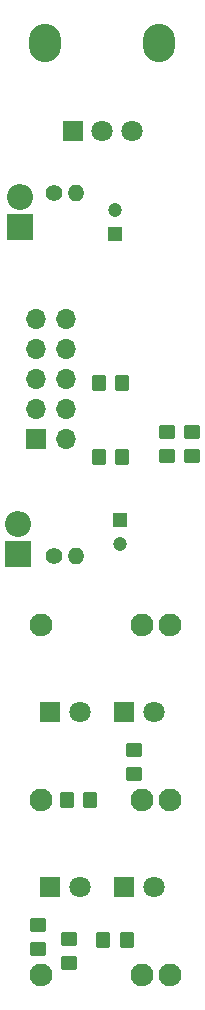
<source format=gbr>
%TF.GenerationSoftware,KiCad,Pcbnew,8.0.0*%
%TF.CreationDate,2024-06-17T17:20:25+02:00*%
%TF.ProjectId,Sloth,536c6f74-682e-46b6-9963-61645f706362,rev?*%
%TF.SameCoordinates,Original*%
%TF.FileFunction,Soldermask,Bot*%
%TF.FilePolarity,Negative*%
%FSLAX46Y46*%
G04 Gerber Fmt 4.6, Leading zero omitted, Abs format (unit mm)*
G04 Created by KiCad (PCBNEW 8.0.0) date 2024-06-17 17:20:25*
%MOMM*%
%LPD*%
G01*
G04 APERTURE LIST*
G04 Aperture macros list*
%AMRoundRect*
0 Rectangle with rounded corners*
0 $1 Rounding radius*
0 $2 $3 $4 $5 $6 $7 $8 $9 X,Y pos of 4 corners*
0 Add a 4 corners polygon primitive as box body*
4,1,4,$2,$3,$4,$5,$6,$7,$8,$9,$2,$3,0*
0 Add four circle primitives for the rounded corners*
1,1,$1+$1,$2,$3*
1,1,$1+$1,$4,$5*
1,1,$1+$1,$6,$7*
1,1,$1+$1,$8,$9*
0 Add four rect primitives between the rounded corners*
20,1,$1+$1,$2,$3,$4,$5,0*
20,1,$1+$1,$4,$5,$6,$7,0*
20,1,$1+$1,$6,$7,$8,$9,0*
20,1,$1+$1,$8,$9,$2,$3,0*%
G04 Aperture macros list end*
%ADD10C,1.930400*%
%ADD11R,1.800000X1.800000*%
%ADD12C,1.800000*%
%ADD13O,2.720000X3.240000*%
%ADD14RoundRect,0.250000X-0.450000X0.350000X-0.450000X-0.350000X0.450000X-0.350000X0.450000X0.350000X0*%
%ADD15RoundRect,0.250000X0.350000X0.450000X-0.350000X0.450000X-0.350000X-0.450000X0.350000X-0.450000X0*%
%ADD16R,2.200000X2.200000*%
%ADD17O,2.200000X2.200000*%
%ADD18RoundRect,0.250000X-0.350000X-0.450000X0.350000X-0.450000X0.350000X0.450000X-0.350000X0.450000X0*%
%ADD19C,1.400000*%
%ADD20O,1.400000X1.400000*%
%ADD21RoundRect,0.250000X0.450000X-0.350000X0.450000X0.350000X-0.450000X0.350000X-0.450000X-0.350000X0*%
%ADD22R,1.700000X1.700000*%
%ADD23O,1.700000X1.700000*%
%ADD24R,1.200000X1.200000*%
%ADD25C,1.200000*%
G04 APERTURE END LIST*
D10*
%TO.C,J2*%
X62674500Y-129338000D03*
X51701700Y-129338000D03*
X60261500Y-129338000D03*
%TD*%
D11*
%TO.C,D1*%
X58721000Y-121938000D03*
D12*
X61261000Y-121938000D03*
%TD*%
D10*
%TO.C,J1*%
X62674500Y-144138000D03*
X51701700Y-144138000D03*
X60261500Y-144138000D03*
%TD*%
D11*
%TO.C,D3*%
X58721000Y-136738000D03*
D12*
X61261000Y-136738000D03*
%TD*%
D13*
%TO.C,RV1*%
X52096000Y-65238000D03*
X61696000Y-65238000D03*
D11*
X54396000Y-72738000D03*
D12*
X56896000Y-72738000D03*
X59396000Y-72738000D03*
%TD*%
D11*
%TO.C,D2*%
X52521000Y-121938000D03*
D12*
X55061000Y-121938000D03*
%TD*%
D10*
%TO.C,J3*%
X62674500Y-114538000D03*
X51701700Y-114538000D03*
X60261500Y-114538000D03*
%TD*%
D11*
%TO.C,D4*%
X52521000Y-136738000D03*
D12*
X55061000Y-136738000D03*
%TD*%
D14*
%TO.C,R12*%
X62396000Y-98238000D03*
X62396000Y-100238000D03*
%TD*%
D15*
%TO.C,R7*%
X58596000Y-100338000D03*
X56596000Y-100338000D03*
%TD*%
D16*
%TO.C,D5*%
X49764234Y-108509766D03*
D17*
X49764234Y-105969766D03*
%TD*%
D18*
%TO.C,R13*%
X56996000Y-141238000D03*
X58996000Y-141238000D03*
%TD*%
D19*
%TO.C,R16*%
X52786000Y-77938000D03*
D20*
X54686000Y-77938000D03*
%TD*%
D21*
%TO.C,R1*%
X64496000Y-100238000D03*
X64496000Y-98238000D03*
%TD*%
%TO.C,R14*%
X59596000Y-127138000D03*
X59596000Y-125138000D03*
%TD*%
D19*
%TO.C,R15*%
X52791000Y-108743000D03*
D20*
X54691000Y-108743000D03*
%TD*%
D22*
%TO.C,J4*%
X51256000Y-98838000D03*
D23*
X53796000Y-98838000D03*
X51256000Y-96298000D03*
X53796000Y-96298000D03*
X51256000Y-93758000D03*
X53796000Y-93758000D03*
X51256000Y-91218000D03*
X53796000Y-91218000D03*
X51256000Y-88678000D03*
X53796000Y-88678000D03*
%TD*%
D16*
%TO.C,D6*%
X49964234Y-80809766D03*
D17*
X49964234Y-78269766D03*
%TD*%
D24*
%TO.C,C9*%
X58423400Y-105665398D03*
D25*
X58423400Y-107665398D03*
%TD*%
D14*
%TO.C,R8*%
X54096000Y-141138000D03*
X54096000Y-143138000D03*
%TD*%
D18*
%TO.C,R5*%
X53896000Y-129338000D03*
X55896000Y-129338000D03*
%TD*%
D24*
%TO.C,C10*%
X58023400Y-81410598D03*
D25*
X58023400Y-79410598D03*
%TD*%
D18*
%TO.C,R9*%
X56596000Y-94038000D03*
X58596000Y-94038000D03*
%TD*%
D21*
%TO.C,R11*%
X51496000Y-141938000D03*
X51496000Y-139938000D03*
%TD*%
M02*

</source>
